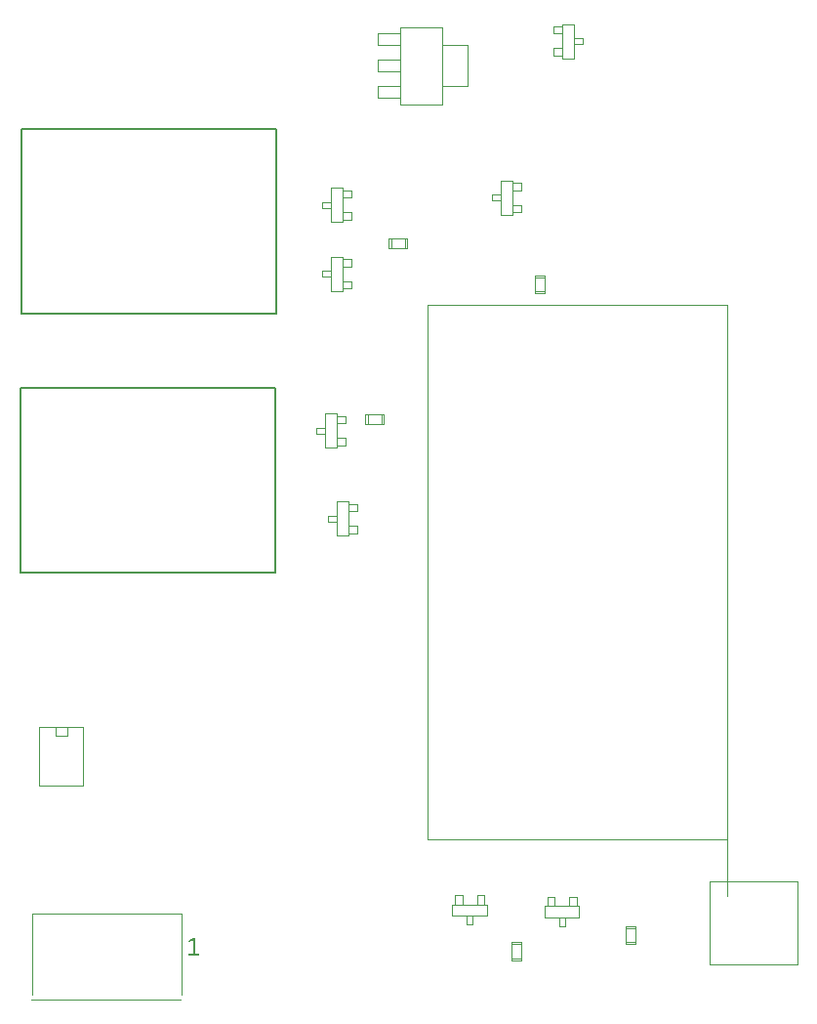
<source format=gm1>
G04*
G04 #@! TF.GenerationSoftware,Altium Limited,Altium Designer,21.0.8 (223)*
G04*
G04 Layer_Color=16711935*
%FSLAX24Y24*%
%MOIN*%
G70*
G04*
G04 #@! TF.SameCoordinates,C0C2F11B-7DCF-4775-9714-D77671BE90CB*
G04*
G04*
G04 #@! TF.FilePolarity,Positive*
G04*
G01*
G75*
%ADD14C,0.0050*%
%ADD16C,0.0005*%
%ADD111C,0.0005*%
%ADD112C,0.0010*%
G36*
X11303Y2464D02*
X11309Y2463D01*
X11310D01*
X11313Y2463D01*
X11317Y2462D01*
X11321Y2460D01*
X11321Y2460D01*
X11323Y2459D01*
X11325Y2458D01*
X11327Y2456D01*
X11327Y2456D01*
X11328Y2454D01*
X11328Y2453D01*
Y2451D01*
Y1915D01*
X11440D01*
X11442Y1914D01*
X11445Y1913D01*
X11446Y1912D01*
X11447Y1911D01*
X11449Y1909D01*
X11451Y1906D01*
X11451Y1906D01*
X11452Y1904D01*
X11453Y1900D01*
X11454Y1896D01*
X11454Y1895D01*
X11455Y1893D01*
X11455Y1888D01*
Y1882D01*
Y1881D01*
Y1880D01*
Y1878D01*
Y1877D01*
X11455Y1871D01*
X11454Y1866D01*
Y1865D01*
X11453Y1863D01*
X11452Y1860D01*
X11450Y1857D01*
X11449Y1856D01*
X11448Y1855D01*
X11447Y1853D01*
X11445Y1852D01*
X11444D01*
X11442Y1851D01*
X11440Y1851D01*
X11438Y1850D01*
X11117D01*
X11115Y1851D01*
X11113Y1852D01*
X11113Y1852D01*
X11111Y1853D01*
X11110Y1854D01*
X11108Y1857D01*
X11107Y1857D01*
X11107Y1859D01*
X11105Y1863D01*
X11104Y1866D01*
Y1867D01*
Y1867D01*
X11103Y1871D01*
X11103Y1876D01*
Y1882D01*
Y1882D01*
Y1883D01*
Y1885D01*
Y1887D01*
X11103Y1892D01*
X11104Y1896D01*
Y1897D01*
X11104Y1898D01*
X11105Y1900D01*
X11106Y1903D01*
X11107Y1906D01*
X11108Y1907D01*
X11109Y1909D01*
X11110Y1911D01*
X11113Y1913D01*
X11113Y1913D01*
X11115Y1914D01*
X11117Y1914D01*
X11120Y1915D01*
X11247D01*
Y2379D01*
X11128Y2309D01*
X11128D01*
X11127Y2308D01*
X11123Y2306D01*
X11119Y2304D01*
X11114Y2303D01*
X11111D01*
X11108Y2303D01*
X11105Y2305D01*
X11105Y2305D01*
X11104Y2308D01*
X11102Y2311D01*
X11101Y2315D01*
Y2316D01*
Y2316D01*
X11101Y2318D01*
Y2320D01*
X11100Y2326D01*
Y2333D01*
Y2333D01*
Y2334D01*
Y2338D01*
Y2342D01*
X11101Y2346D01*
Y2347D01*
Y2347D01*
X11101Y2350D01*
X11102Y2353D01*
X11102Y2356D01*
X11103Y2357D01*
X11103Y2358D01*
X11107Y2363D01*
X11107Y2363D01*
X11109Y2364D01*
X11111Y2366D01*
X11114Y2368D01*
X11254Y2458D01*
X11255Y2459D01*
X11256Y2459D01*
X11259Y2460D01*
X11259D01*
X11261Y2461D01*
X11263Y2462D01*
X11266Y2463D01*
X11267D01*
X11269Y2463D01*
X11272Y2464D01*
X11277D01*
X11280Y2464D01*
X11297D01*
X11303Y2464D01*
D02*
G37*
D14*
X14049Y14912D02*
Y21212D01*
X5349Y14912D02*
X14049D01*
X5349D02*
Y21212D01*
X14049D01*
X14099Y23762D02*
Y30062D01*
X5399Y23762D02*
X14099D01*
X5399D02*
Y30062D01*
X14099D01*
D16*
X20200Y3600D02*
Y3900D01*
X20450D01*
Y3600D02*
Y3900D01*
X21200Y3600D02*
Y3900D01*
X20950D02*
X21200D01*
X20950Y3600D02*
Y3900D01*
X20600Y2900D02*
X20800D01*
X20600D02*
Y3200D01*
X20800Y2900D02*
Y3200D01*
X20109Y3203D02*
Y3597D01*
Y3203D02*
X21281D01*
X20109Y3597D02*
X21281D01*
Y3203D02*
Y3597D01*
X17575Y31106D02*
X18325D01*
X17575D02*
Y31506D01*
X18325D01*
X17575Y32006D02*
X18325D01*
X17575D02*
Y32406D01*
X18325D01*
X17575Y33306D02*
X18325D01*
X17575Y32906D02*
Y33306D01*
Y32906D02*
X18325D01*
X19775D02*
X20625D01*
Y31506D02*
Y32906D01*
X19775Y31506D02*
X20625D01*
X19775Y30880D02*
Y30956D01*
X18325Y30880D02*
X19775D01*
X18325D02*
Y33520D01*
X19775D01*
Y30906D02*
Y33520D01*
X19250Y5800D02*
Y24050D01*
Y5800D02*
X29500D01*
Y24050D01*
X19250D02*
X29500D01*
X22458Y1685D02*
Y2314D01*
X22457Y2315D02*
X22458Y2314D01*
X22142Y2315D02*
X22457D01*
X22142Y1685D02*
X22458D01*
X22142D02*
Y2315D01*
X22139Y1765D02*
X22459D01*
X22142Y2239D02*
X22459D01*
X22150Y28200D02*
X22450D01*
Y27950D02*
Y28200D01*
X22150Y27950D02*
X22450D01*
X22150Y27200D02*
X22450D01*
Y27450D01*
X22150D02*
X22450D01*
X21450Y27600D02*
Y27800D01*
X21750D01*
X21450Y27600D02*
X21750D01*
X21753Y28291D02*
X22147D01*
X21753Y27119D02*
Y28291D01*
X22147Y27119D02*
Y28291D01*
X21753Y27119D02*
X22147D01*
X17935Y25992D02*
X18564D01*
X18565Y25993D01*
Y26308D01*
X17935Y25992D02*
Y26308D01*
X18565D01*
X18015Y25991D02*
Y26311D01*
X18489Y25991D02*
Y26308D01*
X16350Y27950D02*
X16650D01*
Y27700D02*
Y27950D01*
X16350Y27700D02*
X16650D01*
X16350Y26950D02*
X16650D01*
Y27200D01*
X16350D02*
X16650D01*
X15650Y27350D02*
Y27550D01*
X15950D01*
X15650Y27350D02*
X15950D01*
X15953Y28041D02*
X16347D01*
X15953Y26869D02*
Y28041D01*
X16347Y26869D02*
Y28041D01*
X15953Y26869D02*
X16347D01*
X17136Y20308D02*
X17765D01*
X17135Y20307D02*
X17136Y20308D01*
X17135Y19992D02*
Y20307D01*
X17765Y19992D02*
Y20308D01*
X17135Y19992D02*
X17765D01*
X17685Y19989D02*
Y20309D01*
X17211Y19992D02*
Y20309D01*
X16150Y20250D02*
X16450D01*
Y20000D02*
Y20250D01*
X16150Y20000D02*
X16450D01*
X16150Y19250D02*
X16450D01*
Y19500D01*
X16150D02*
X16450D01*
X15450Y19650D02*
Y19850D01*
X15750D01*
X15450Y19650D02*
X15750D01*
X15753Y20341D02*
X16147D01*
X15753Y19169D02*
Y20341D01*
X16147Y19169D02*
Y20341D01*
X15753Y19169D02*
X16147D01*
X22942Y24436D02*
Y25065D01*
Y24436D02*
X22943Y24435D01*
X23258D01*
X22942Y25065D02*
X23258D01*
Y24435D02*
Y25065D01*
X22941Y24985D02*
X23261D01*
X22941Y24511D02*
X23258D01*
X23550Y32550D02*
X23850D01*
X23550D02*
Y32800D01*
X23850D01*
X23550Y33550D02*
X23850D01*
X23550Y33300D02*
Y33550D01*
Y33300D02*
X23850D01*
X24550Y32950D02*
Y33150D01*
X24250Y32950D02*
X24550D01*
X24250Y33150D02*
X24550D01*
X23853Y32459D02*
X24247D01*
Y33631D01*
X23853Y32459D02*
Y33631D01*
X24247D01*
X26358Y2235D02*
Y2864D01*
X26357Y2865D02*
X26358Y2864D01*
X26042Y2865D02*
X26357D01*
X26042Y2235D02*
X26358D01*
X26042D02*
Y2865D01*
X26039Y2315D02*
X26359D01*
X26042Y2789D02*
X26359D01*
X16350Y25600D02*
X16650D01*
Y25350D02*
Y25600D01*
X16350Y25350D02*
X16650D01*
X16350Y24600D02*
X16650D01*
Y24850D01*
X16350D02*
X16650D01*
X15650Y25000D02*
Y25200D01*
X15950D01*
X15650Y25000D02*
X15950D01*
X15953Y25691D02*
X16347D01*
X15953Y24519D02*
Y25691D01*
X16347Y24519D02*
Y25691D01*
X15953Y24519D02*
X16347D01*
X16550Y17250D02*
X16850D01*
Y17000D02*
Y17250D01*
X16550Y17000D02*
X16850D01*
X16550Y16250D02*
X16850D01*
Y16500D01*
X16550D02*
X16850D01*
X15850Y16650D02*
Y16850D01*
X16150D01*
X15850Y16650D02*
X16150D01*
X16153Y17341D02*
X16547D01*
X16153Y16169D02*
Y17341D01*
X16547Y16169D02*
Y17341D01*
X16153Y16169D02*
X16547D01*
X23350Y3550D02*
Y3850D01*
X23600D01*
Y3550D02*
Y3850D01*
X24350Y3550D02*
Y3850D01*
X24100D02*
X24350D01*
X24100Y3550D02*
Y3850D01*
X23750Y2850D02*
X23950D01*
X23750D02*
Y3150D01*
X23950Y2850D02*
Y3150D01*
X23259Y3153D02*
Y3547D01*
Y3153D02*
X24431D01*
X23259Y3547D02*
X24431D01*
Y3153D02*
Y3547D01*
D111*
X31900Y1540D02*
Y4370D01*
X30560Y1540D02*
X31900D01*
X29334Y4370D02*
X31900D01*
X28890Y1540D02*
X30560D01*
X28890D02*
Y4370D01*
X29334D01*
X10850Y500D02*
Y3290D01*
X5750Y500D02*
Y3290D01*
X10850D01*
X5740Y350D02*
X10840D01*
D112*
X6550Y9350D02*
Y9650D01*
Y9350D02*
X6949D01*
Y9650D01*
X7500Y7650D02*
Y9650D01*
X6000Y7650D02*
X7500D01*
X6000D02*
Y9650D01*
X7500D01*
X29500Y3870D02*
Y7770D01*
M02*

</source>
